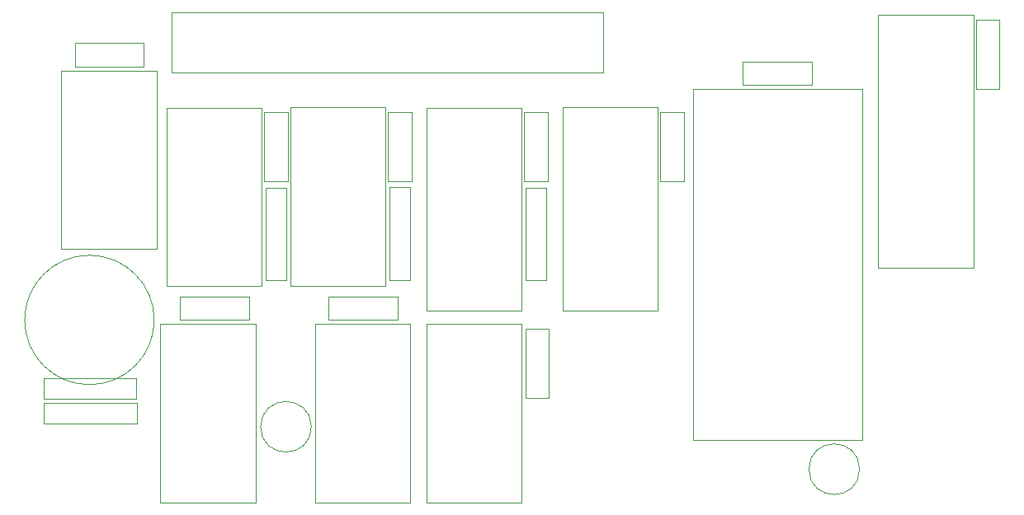
<source format=gbr>
%TF.GenerationSoftware,KiCad,Pcbnew,7.0.9*%
%TF.CreationDate,2024-01-19T22:05:45-03:00*%
%TF.ProjectId,HB720-Cart_dos2,48423732-302d-4436-9172-745f646f7332,V1.0.0*%
%TF.SameCoordinates,Original*%
%TF.FileFunction,Other,User*%
%FSLAX46Y46*%
G04 Gerber Fmt 4.6, Leading zero omitted, Abs format (unit mm)*
G04 Created by KiCad (PCBNEW 7.0.9) date 2024-01-19 22:05:45*
%MOMM*%
%LPD*%
G01*
G04 APERTURE LIST*
%ADD10C,0.050000*%
G04 APERTURE END LIST*
D10*
%TO.C,C7*%
X177550800Y-74860000D02*
X177550800Y-72460000D01*
X177550800Y-72460000D02*
X170450800Y-72460000D01*
X170450800Y-74860000D02*
X177550800Y-74860000D01*
X170450800Y-72460000D02*
X170450800Y-74860000D01*
%TO.C,U7*%
X165370800Y-75285000D02*
X165370800Y-111385000D01*
X165370800Y-111385000D02*
X182720800Y-111385000D01*
X182720800Y-75285000D02*
X165370800Y-75285000D01*
X182720800Y-111385000D02*
X182720800Y-75285000D01*
%TO.C,R4*%
X98764100Y-104995000D02*
X98764100Y-107095000D01*
X98764100Y-107095000D02*
X108284100Y-107095000D01*
X108284100Y-104995000D02*
X98764100Y-104995000D01*
X108284100Y-107095000D02*
X108284100Y-104995000D01*
%TO.C,R1*%
X123655800Y-85410000D02*
X121555800Y-85410000D01*
X121555800Y-85410000D02*
X121555800Y-94930000D01*
X123655800Y-94930000D02*
X123655800Y-85410000D01*
X121555800Y-94930000D02*
X123655800Y-94930000D01*
%TO.C,U4*%
X124045800Y-77164600D02*
X124045800Y-95514600D01*
X124045800Y-95514600D02*
X133845800Y-95514600D01*
X133845800Y-77164600D02*
X124045800Y-77164600D01*
X133845800Y-95514600D02*
X133845800Y-77164600D01*
%TO.C,C8*%
X119845800Y-98990000D02*
X119845800Y-96590000D01*
X119845800Y-96590000D02*
X112745800Y-96590000D01*
X112745800Y-98990000D02*
X119845800Y-98990000D01*
X112745800Y-96590000D02*
X112745800Y-98990000D01*
%TO.C,U10*%
X138015800Y-99415000D02*
X138015800Y-117765000D01*
X138015800Y-117765000D02*
X147815800Y-117765000D01*
X147815800Y-99415000D02*
X138015800Y-99415000D01*
X147815800Y-117765000D02*
X147815800Y-99415000D01*
%TO.C,C10*%
X150602800Y-99915000D02*
X148202800Y-99915000D01*
X148202800Y-99915000D02*
X148202800Y-107015000D01*
X150602800Y-107015000D02*
X150602800Y-99915000D01*
X148202800Y-107015000D02*
X150602800Y-107015000D01*
%TO.C,R3*%
X150351200Y-85410000D02*
X148251200Y-85410000D01*
X148251200Y-85410000D02*
X148251200Y-94930000D01*
X150351200Y-94930000D02*
X150351200Y-85410000D01*
X148251200Y-94930000D02*
X150351200Y-94930000D01*
%TO.C,HOLE3*%
X182476500Y-114344400D02*
G75*
G03*
X182476500Y-114344400I-2600000J0D01*
G01*
%TO.C,R5*%
X98770400Y-107535000D02*
X98770400Y-109635000D01*
X98770400Y-109635000D02*
X108290400Y-109635000D01*
X108290400Y-107535000D02*
X98770400Y-107535000D01*
X108290400Y-109635000D02*
X108290400Y-107535000D01*
%TO.C,U1*%
X100550800Y-73380000D02*
X100550800Y-91730000D01*
X100550800Y-91730000D02*
X110350800Y-91730000D01*
X110350800Y-73380000D02*
X100550800Y-73380000D01*
X110350800Y-91730000D02*
X110350800Y-73380000D01*
%TO.C,U9*%
X126585800Y-99415000D02*
X126585800Y-117765000D01*
X126585800Y-117765000D02*
X136385800Y-117765000D01*
X136385800Y-99415000D02*
X126585800Y-99415000D01*
X136385800Y-117765000D02*
X136385800Y-99415000D01*
%TO.C,C5*%
X150475800Y-77679200D02*
X148075800Y-77679200D01*
X148075800Y-77679200D02*
X148075800Y-84779200D01*
X150475800Y-84779200D02*
X150475800Y-77679200D01*
X148075800Y-84779200D02*
X150475800Y-84779200D01*
%TO.C,C1*%
X109050800Y-72955000D02*
X109050800Y-70555000D01*
X109050800Y-70555000D02*
X101950800Y-70555000D01*
X101950800Y-72955000D02*
X109050800Y-72955000D01*
X101950800Y-70555000D02*
X101950800Y-72955000D01*
%TO.C,U2*%
X184370800Y-67665000D02*
X184370800Y-93615000D01*
X184370800Y-93615000D02*
X194170800Y-93615000D01*
X194170800Y-67665000D02*
X184370800Y-67665000D01*
X194170800Y-93615000D02*
X194170800Y-67665000D01*
%TO.C,R2*%
X136375800Y-85395000D02*
X134275800Y-85395000D01*
X134275800Y-85395000D02*
X134275800Y-94915000D01*
X136375800Y-94915000D02*
X136375800Y-85395000D01*
X134275800Y-94915000D02*
X136375800Y-94915000D01*
%TO.C,J1*%
X111915800Y-73555000D02*
X156165800Y-73555000D01*
X156165800Y-73555000D02*
X156165800Y-67405000D01*
X111915800Y-67405000D02*
X111915800Y-73555000D01*
X156165800Y-67405000D02*
X111915800Y-67405000D01*
%TO.C,U3*%
X111345800Y-77190000D02*
X111345800Y-95540000D01*
X111345800Y-95540000D02*
X121145800Y-95540000D01*
X121145800Y-77190000D02*
X111345800Y-77190000D01*
X121145800Y-95540000D02*
X121145800Y-77190000D01*
%TO.C,U6*%
X151985800Y-77164600D02*
X151985800Y-98014600D01*
X151985800Y-98014600D02*
X161785800Y-98014600D01*
X161785800Y-77164600D02*
X151985800Y-77164600D01*
X161785800Y-98014600D02*
X161785800Y-77164600D01*
%TO.C,C6*%
X164445800Y-77679200D02*
X162045800Y-77679200D01*
X162045800Y-77679200D02*
X162045800Y-84779200D01*
X164445800Y-84779200D02*
X164445800Y-77679200D01*
X162045800Y-84779200D02*
X164445800Y-84779200D01*
%TO.C,C2*%
X196830800Y-68165000D02*
X194430800Y-68165000D01*
X194430800Y-68165000D02*
X194430800Y-75265000D01*
X196830800Y-75265000D02*
X196830800Y-68165000D01*
X194430800Y-75265000D02*
X196830800Y-75265000D01*
%TO.C,U8*%
X110710800Y-99415000D02*
X110710800Y-117765000D01*
X110710800Y-117765000D02*
X120510800Y-117765000D01*
X120510800Y-99415000D02*
X110710800Y-99415000D01*
X120510800Y-117765000D02*
X120510800Y-99415000D01*
%TO.C,HOLE2*%
X126221800Y-109985000D02*
G75*
G03*
X126221800Y-109985000I-2600000J0D01*
G01*
%TO.C,C4*%
X136500800Y-77655000D02*
X134100800Y-77655000D01*
X134100800Y-77655000D02*
X134100800Y-84755000D01*
X136500800Y-84755000D02*
X136500800Y-77655000D01*
X134100800Y-84755000D02*
X136500800Y-84755000D01*
%TO.C,HOLE1*%
X110104200Y-99009200D02*
G75*
G03*
X110104200Y-99009200I-6650000J0D01*
G01*
%TO.C,C3*%
X123805800Y-77690000D02*
X121405800Y-77690000D01*
X121405800Y-77690000D02*
X121405800Y-84790000D01*
X123805800Y-84790000D02*
X123805800Y-77690000D01*
X121405800Y-84790000D02*
X123805800Y-84790000D01*
%TO.C,U5*%
X138011800Y-77190000D02*
X138011800Y-98040000D01*
X138011800Y-98040000D02*
X147811800Y-98040000D01*
X147811800Y-77190000D02*
X138011800Y-77190000D01*
X147811800Y-98040000D02*
X147811800Y-77190000D01*
%TO.C,C9*%
X135085800Y-98990000D02*
X135085800Y-96590000D01*
X135085800Y-96590000D02*
X127985800Y-96590000D01*
X127985800Y-98990000D02*
X135085800Y-98990000D01*
X127985800Y-96590000D02*
X127985800Y-98990000D01*
%TD*%
M02*

</source>
